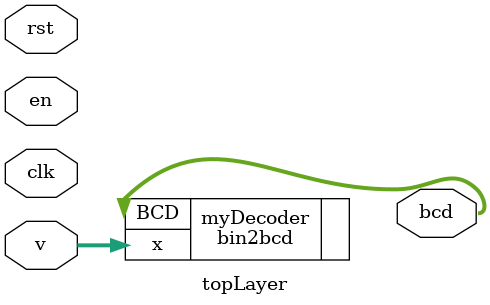
<source format=sv>
module topLayer #(
  parameter WIDTH = 8
)(
  // interface signals
  input  logic             clk,      // clock 
  input  logic             rst,      // reset 
  input  logic             en,       // enable
  input  logic [WIDTH-1:0] v,        // value to preload
  output logic [11:0]      bcd       // count output
);

  wire  [WIDTH-1:0]       count;    // interconnect wire

counter myCounter (
  .clk (clk),
  .rst (rst),
  .en (en),
  .count (count)
);

bin2bcd myDecoder (
  .x (v),
  .BCD (bcd)
);

endmodule


</source>
